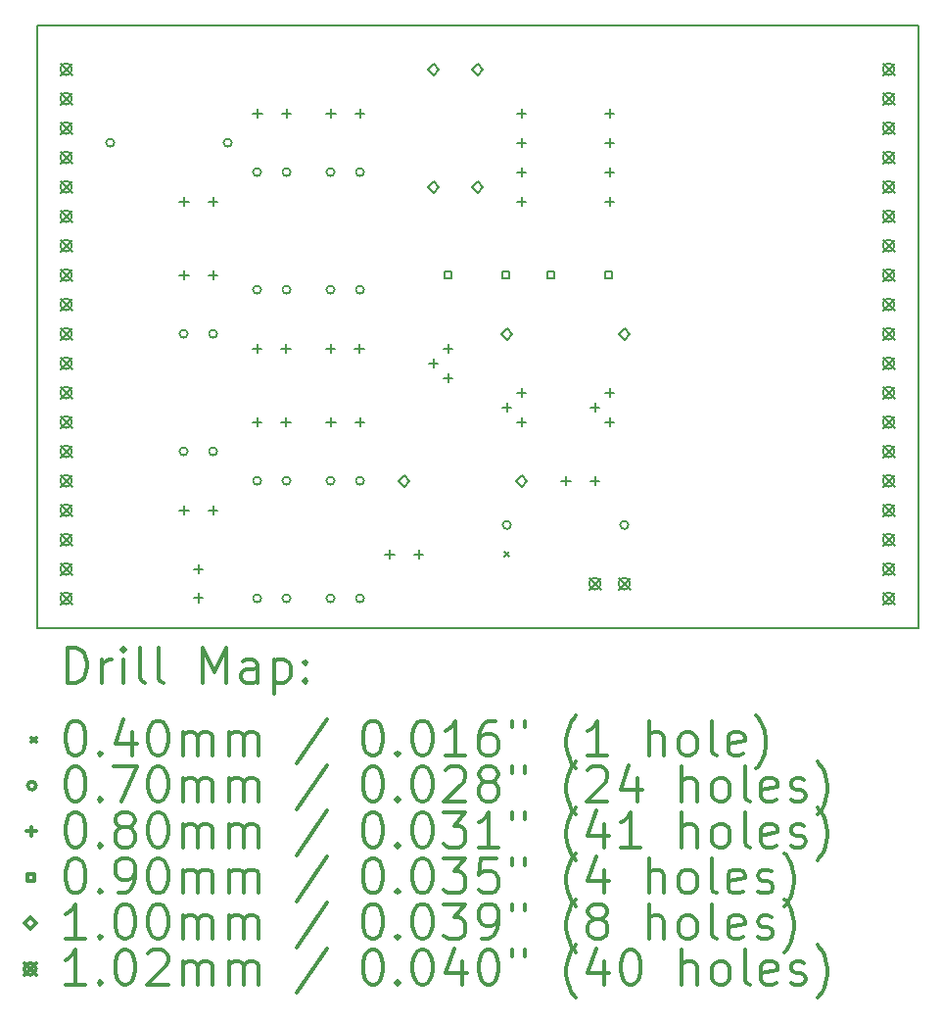
<source format=gbr>
%FSLAX45Y45*%
G04 Gerber Fmt 4.5, Leading zero omitted, Abs format (unit mm)*
G04 Created by KiCad (PCBNEW 4.0.3+e1-6302~38~ubuntu16.04.1-stable) date Thu Aug 25 11:55:56 2016*
%MOMM*%
%LPD*%
G01*
G04 APERTURE LIST*
%ADD10C,0.127000*%
%ADD11C,0.150000*%
%ADD12C,0.200000*%
%ADD13C,0.300000*%
G04 APERTURE END LIST*
D10*
D11*
X14732000Y-8382000D02*
X13462000Y-8382000D01*
X14732000Y-3175000D02*
X14732000Y-8382000D01*
X7112000Y-3175000D02*
X14732000Y-3175000D01*
X13462000Y-8382000D02*
X7112000Y-8382000D01*
X7112000Y-3175000D02*
X7112000Y-8382000D01*
D12*
X11156000Y-7727000D02*
X11196000Y-7767000D01*
X11196000Y-7727000D02*
X11156000Y-7767000D01*
X7782104Y-4190746D02*
G75*
G03X7782104Y-4190746I-35052J0D01*
G01*
X8416798Y-5841948D02*
G75*
G03X8416798Y-5841948I-35052J0D01*
G01*
X8416798Y-6857948D02*
G75*
G03X8416798Y-6857948I-35052J0D01*
G01*
X8671306Y-5842052D02*
G75*
G03X8671306Y-5842052I-35052J0D01*
G01*
X8671306Y-6858052D02*
G75*
G03X8671306Y-6858052I-35052J0D01*
G01*
X8798104Y-4190746D02*
G75*
G03X8798104Y-4190746I-35052J0D01*
G01*
X9051798Y-4444948D02*
G75*
G03X9051798Y-4444948I-35052J0D01*
G01*
X9051798Y-5460948D02*
G75*
G03X9051798Y-5460948I-35052J0D01*
G01*
X9052306Y-7112052D02*
G75*
G03X9052306Y-7112052I-35052J0D01*
G01*
X9052306Y-8128052D02*
G75*
G03X9052306Y-8128052I-35052J0D01*
G01*
X9305798Y-7111948D02*
G75*
G03X9305798Y-7111948I-35052J0D01*
G01*
X9305798Y-8127948D02*
G75*
G03X9305798Y-8127948I-35052J0D01*
G01*
X9306306Y-4445052D02*
G75*
G03X9306306Y-4445052I-35052J0D01*
G01*
X9306306Y-5461052D02*
G75*
G03X9306306Y-5461052I-35052J0D01*
G01*
X9686798Y-4444948D02*
G75*
G03X9686798Y-4444948I-35052J0D01*
G01*
X9686798Y-5460948D02*
G75*
G03X9686798Y-5460948I-35052J0D01*
G01*
X9686798Y-7111948D02*
G75*
G03X9686798Y-7111948I-35052J0D01*
G01*
X9686798Y-8127948D02*
G75*
G03X9686798Y-8127948I-35052J0D01*
G01*
X9941306Y-4445052D02*
G75*
G03X9941306Y-4445052I-35052J0D01*
G01*
X9941306Y-5461052D02*
G75*
G03X9941306Y-5461052I-35052J0D01*
G01*
X9941306Y-7112052D02*
G75*
G03X9941306Y-7112052I-35052J0D01*
G01*
X9941306Y-8128052D02*
G75*
G03X9941306Y-8128052I-35052J0D01*
G01*
X11211000Y-7493254D02*
G75*
G03X11211000Y-7493254I-35052J0D01*
G01*
X12227000Y-7493254D02*
G75*
G03X12227000Y-7493254I-35052J0D01*
G01*
X8386000Y-4659000D02*
X8386000Y-4739000D01*
X8346000Y-4699000D02*
X8426000Y-4699000D01*
X8386000Y-5294000D02*
X8386000Y-5374000D01*
X8346000Y-5334000D02*
X8426000Y-5334000D01*
X8386000Y-7326000D02*
X8386000Y-7406000D01*
X8346000Y-7366000D02*
X8426000Y-7366000D01*
X8509000Y-7834000D02*
X8509000Y-7914000D01*
X8469000Y-7874000D02*
X8549000Y-7874000D01*
X8509000Y-8084000D02*
X8509000Y-8164000D01*
X8469000Y-8124000D02*
X8549000Y-8124000D01*
X8636000Y-4659000D02*
X8636000Y-4739000D01*
X8596000Y-4699000D02*
X8676000Y-4699000D01*
X8636000Y-5294000D02*
X8636000Y-5374000D01*
X8596000Y-5334000D02*
X8676000Y-5334000D01*
X8636000Y-7326000D02*
X8636000Y-7406000D01*
X8596000Y-7366000D02*
X8676000Y-7366000D01*
X9017000Y-5929000D02*
X9017000Y-6009000D01*
X8977000Y-5969000D02*
X9057000Y-5969000D01*
X9017000Y-6564000D02*
X9017000Y-6644000D01*
X8977000Y-6604000D02*
X9057000Y-6604000D01*
X9021000Y-3897000D02*
X9021000Y-3977000D01*
X8981000Y-3937000D02*
X9061000Y-3937000D01*
X9267000Y-5929000D02*
X9267000Y-6009000D01*
X9227000Y-5969000D02*
X9307000Y-5969000D01*
X9267000Y-6564000D02*
X9267000Y-6644000D01*
X9227000Y-6604000D02*
X9307000Y-6604000D01*
X9271000Y-3897000D02*
X9271000Y-3977000D01*
X9231000Y-3937000D02*
X9311000Y-3937000D01*
X9652000Y-5929000D02*
X9652000Y-6009000D01*
X9612000Y-5969000D02*
X9692000Y-5969000D01*
X9656000Y-3897000D02*
X9656000Y-3977000D01*
X9616000Y-3937000D02*
X9696000Y-3937000D01*
X9656000Y-6564000D02*
X9656000Y-6644000D01*
X9616000Y-6604000D02*
X9696000Y-6604000D01*
X9902000Y-5929000D02*
X9902000Y-6009000D01*
X9862000Y-5969000D02*
X9942000Y-5969000D01*
X9906000Y-3897000D02*
X9906000Y-3977000D01*
X9866000Y-3937000D02*
X9946000Y-3937000D01*
X9906000Y-6564000D02*
X9906000Y-6644000D01*
X9866000Y-6604000D02*
X9946000Y-6604000D01*
X10164000Y-7707000D02*
X10164000Y-7787000D01*
X10124000Y-7747000D02*
X10204000Y-7747000D01*
X10414000Y-7707000D02*
X10414000Y-7787000D01*
X10374000Y-7747000D02*
X10454000Y-7747000D01*
X10541000Y-6056000D02*
X10541000Y-6136000D01*
X10501000Y-6096000D02*
X10581000Y-6096000D01*
X10668000Y-5929000D02*
X10668000Y-6009000D01*
X10628000Y-5969000D02*
X10708000Y-5969000D01*
X10668000Y-6183000D02*
X10668000Y-6263000D01*
X10628000Y-6223000D02*
X10708000Y-6223000D01*
X11176000Y-6437000D02*
X11176000Y-6517000D01*
X11136000Y-6477000D02*
X11216000Y-6477000D01*
X11303000Y-3897000D02*
X11303000Y-3977000D01*
X11263000Y-3937000D02*
X11343000Y-3937000D01*
X11303000Y-4151000D02*
X11303000Y-4231000D01*
X11263000Y-4191000D02*
X11343000Y-4191000D01*
X11303000Y-4405000D02*
X11303000Y-4485000D01*
X11263000Y-4445000D02*
X11343000Y-4445000D01*
X11303000Y-4659000D02*
X11303000Y-4739000D01*
X11263000Y-4699000D02*
X11343000Y-4699000D01*
X11303000Y-6310000D02*
X11303000Y-6390000D01*
X11263000Y-6350000D02*
X11343000Y-6350000D01*
X11303000Y-6564000D02*
X11303000Y-6644000D01*
X11263000Y-6604000D02*
X11343000Y-6604000D01*
X11688000Y-7072000D02*
X11688000Y-7152000D01*
X11648000Y-7112000D02*
X11728000Y-7112000D01*
X11938000Y-6437000D02*
X11938000Y-6517000D01*
X11898000Y-6477000D02*
X11978000Y-6477000D01*
X11938000Y-7072000D02*
X11938000Y-7152000D01*
X11898000Y-7112000D02*
X11978000Y-7112000D01*
X12065000Y-3897000D02*
X12065000Y-3977000D01*
X12025000Y-3937000D02*
X12105000Y-3937000D01*
X12065000Y-4151000D02*
X12065000Y-4231000D01*
X12025000Y-4191000D02*
X12105000Y-4191000D01*
X12065000Y-4405000D02*
X12065000Y-4485000D01*
X12025000Y-4445000D02*
X12105000Y-4445000D01*
X12065000Y-4659000D02*
X12065000Y-4739000D01*
X12025000Y-4699000D02*
X12105000Y-4699000D01*
X12065000Y-6310000D02*
X12065000Y-6390000D01*
X12025000Y-6350000D02*
X12105000Y-6350000D01*
X12065000Y-6564000D02*
X12065000Y-6644000D01*
X12025000Y-6604000D02*
X12105000Y-6604000D01*
X10699820Y-5365820D02*
X10699820Y-5302180D01*
X10636180Y-5302180D01*
X10636180Y-5365820D01*
X10699820Y-5365820D01*
X11199820Y-5365820D02*
X11199820Y-5302180D01*
X11136180Y-5302180D01*
X11136180Y-5365820D01*
X11199820Y-5365820D01*
X11588820Y-5365820D02*
X11588820Y-5302180D01*
X11525180Y-5302180D01*
X11525180Y-5365820D01*
X11588820Y-5365820D01*
X12088820Y-5365820D02*
X12088820Y-5302180D01*
X12025180Y-5302180D01*
X12025180Y-5365820D01*
X12088820Y-5365820D01*
X10287000Y-7162038D02*
X10337038Y-7112000D01*
X10287000Y-7061962D01*
X10236962Y-7112000D01*
X10287000Y-7162038D01*
X10541000Y-3606038D02*
X10591038Y-3556000D01*
X10541000Y-3505962D01*
X10490962Y-3556000D01*
X10541000Y-3606038D01*
X10541000Y-4622038D02*
X10591038Y-4572000D01*
X10541000Y-4521962D01*
X10490962Y-4572000D01*
X10541000Y-4622038D01*
X10922000Y-3606038D02*
X10972038Y-3556000D01*
X10922000Y-3505962D01*
X10871962Y-3556000D01*
X10922000Y-3606038D01*
X10922000Y-4622038D02*
X10972038Y-4572000D01*
X10922000Y-4521962D01*
X10871962Y-4572000D01*
X10922000Y-4622038D01*
X11176000Y-5892038D02*
X11226038Y-5842000D01*
X11176000Y-5791962D01*
X11125962Y-5842000D01*
X11176000Y-5892038D01*
X11303000Y-7162038D02*
X11353038Y-7112000D01*
X11303000Y-7061962D01*
X11252962Y-7112000D01*
X11303000Y-7162038D01*
X12192000Y-5892038D02*
X12242038Y-5842000D01*
X12192000Y-5791962D01*
X12141962Y-5842000D01*
X12192000Y-5892038D01*
X7315200Y-3505200D02*
X7416800Y-3606800D01*
X7416800Y-3505200D02*
X7315200Y-3606800D01*
X7416800Y-3556000D02*
G75*
G03X7416800Y-3556000I-50800J0D01*
G01*
X7315200Y-3759200D02*
X7416800Y-3860800D01*
X7416800Y-3759200D02*
X7315200Y-3860800D01*
X7416800Y-3810000D02*
G75*
G03X7416800Y-3810000I-50800J0D01*
G01*
X7315200Y-4013200D02*
X7416800Y-4114800D01*
X7416800Y-4013200D02*
X7315200Y-4114800D01*
X7416800Y-4064000D02*
G75*
G03X7416800Y-4064000I-50800J0D01*
G01*
X7315200Y-4267200D02*
X7416800Y-4368800D01*
X7416800Y-4267200D02*
X7315200Y-4368800D01*
X7416800Y-4318000D02*
G75*
G03X7416800Y-4318000I-50800J0D01*
G01*
X7315200Y-4521200D02*
X7416800Y-4622800D01*
X7416800Y-4521200D02*
X7315200Y-4622800D01*
X7416800Y-4572000D02*
G75*
G03X7416800Y-4572000I-50800J0D01*
G01*
X7315200Y-4775200D02*
X7416800Y-4876800D01*
X7416800Y-4775200D02*
X7315200Y-4876800D01*
X7416800Y-4826000D02*
G75*
G03X7416800Y-4826000I-50800J0D01*
G01*
X7315200Y-5029200D02*
X7416800Y-5130800D01*
X7416800Y-5029200D02*
X7315200Y-5130800D01*
X7416800Y-5080000D02*
G75*
G03X7416800Y-5080000I-50800J0D01*
G01*
X7315200Y-5283200D02*
X7416800Y-5384800D01*
X7416800Y-5283200D02*
X7315200Y-5384800D01*
X7416800Y-5334000D02*
G75*
G03X7416800Y-5334000I-50800J0D01*
G01*
X7315200Y-5537200D02*
X7416800Y-5638800D01*
X7416800Y-5537200D02*
X7315200Y-5638800D01*
X7416800Y-5588000D02*
G75*
G03X7416800Y-5588000I-50800J0D01*
G01*
X7315200Y-5791200D02*
X7416800Y-5892800D01*
X7416800Y-5791200D02*
X7315200Y-5892800D01*
X7416800Y-5842000D02*
G75*
G03X7416800Y-5842000I-50800J0D01*
G01*
X7315200Y-6045200D02*
X7416800Y-6146800D01*
X7416800Y-6045200D02*
X7315200Y-6146800D01*
X7416800Y-6096000D02*
G75*
G03X7416800Y-6096000I-50800J0D01*
G01*
X7315200Y-6299200D02*
X7416800Y-6400800D01*
X7416800Y-6299200D02*
X7315200Y-6400800D01*
X7416800Y-6350000D02*
G75*
G03X7416800Y-6350000I-50800J0D01*
G01*
X7315200Y-6553200D02*
X7416800Y-6654800D01*
X7416800Y-6553200D02*
X7315200Y-6654800D01*
X7416800Y-6604000D02*
G75*
G03X7416800Y-6604000I-50800J0D01*
G01*
X7315200Y-6807200D02*
X7416800Y-6908800D01*
X7416800Y-6807200D02*
X7315200Y-6908800D01*
X7416800Y-6858000D02*
G75*
G03X7416800Y-6858000I-50800J0D01*
G01*
X7315200Y-7061200D02*
X7416800Y-7162800D01*
X7416800Y-7061200D02*
X7315200Y-7162800D01*
X7416800Y-7112000D02*
G75*
G03X7416800Y-7112000I-50800J0D01*
G01*
X7315200Y-7315200D02*
X7416800Y-7416800D01*
X7416800Y-7315200D02*
X7315200Y-7416800D01*
X7416800Y-7366000D02*
G75*
G03X7416800Y-7366000I-50800J0D01*
G01*
X7315200Y-7569200D02*
X7416800Y-7670800D01*
X7416800Y-7569200D02*
X7315200Y-7670800D01*
X7416800Y-7620000D02*
G75*
G03X7416800Y-7620000I-50800J0D01*
G01*
X7315200Y-7823200D02*
X7416800Y-7924800D01*
X7416800Y-7823200D02*
X7315200Y-7924800D01*
X7416800Y-7874000D02*
G75*
G03X7416800Y-7874000I-50800J0D01*
G01*
X7315200Y-8077200D02*
X7416800Y-8178800D01*
X7416800Y-8077200D02*
X7315200Y-8178800D01*
X7416800Y-8128000D02*
G75*
G03X7416800Y-8128000I-50800J0D01*
G01*
X11887200Y-7950200D02*
X11988800Y-8051800D01*
X11988800Y-7950200D02*
X11887200Y-8051800D01*
X11988800Y-8001000D02*
G75*
G03X11988800Y-8001000I-50800J0D01*
G01*
X12141200Y-7950200D02*
X12242800Y-8051800D01*
X12242800Y-7950200D02*
X12141200Y-8051800D01*
X12242800Y-8001000D02*
G75*
G03X12242800Y-8001000I-50800J0D01*
G01*
X14427200Y-3505200D02*
X14528800Y-3606800D01*
X14528800Y-3505200D02*
X14427200Y-3606800D01*
X14528800Y-3556000D02*
G75*
G03X14528800Y-3556000I-50800J0D01*
G01*
X14427200Y-3759200D02*
X14528800Y-3860800D01*
X14528800Y-3759200D02*
X14427200Y-3860800D01*
X14528800Y-3810000D02*
G75*
G03X14528800Y-3810000I-50800J0D01*
G01*
X14427200Y-4013200D02*
X14528800Y-4114800D01*
X14528800Y-4013200D02*
X14427200Y-4114800D01*
X14528800Y-4064000D02*
G75*
G03X14528800Y-4064000I-50800J0D01*
G01*
X14427200Y-4267200D02*
X14528800Y-4368800D01*
X14528800Y-4267200D02*
X14427200Y-4368800D01*
X14528800Y-4318000D02*
G75*
G03X14528800Y-4318000I-50800J0D01*
G01*
X14427200Y-4521200D02*
X14528800Y-4622800D01*
X14528800Y-4521200D02*
X14427200Y-4622800D01*
X14528800Y-4572000D02*
G75*
G03X14528800Y-4572000I-50800J0D01*
G01*
X14427200Y-4775200D02*
X14528800Y-4876800D01*
X14528800Y-4775200D02*
X14427200Y-4876800D01*
X14528800Y-4826000D02*
G75*
G03X14528800Y-4826000I-50800J0D01*
G01*
X14427200Y-5029200D02*
X14528800Y-5130800D01*
X14528800Y-5029200D02*
X14427200Y-5130800D01*
X14528800Y-5080000D02*
G75*
G03X14528800Y-5080000I-50800J0D01*
G01*
X14427200Y-5283200D02*
X14528800Y-5384800D01*
X14528800Y-5283200D02*
X14427200Y-5384800D01*
X14528800Y-5334000D02*
G75*
G03X14528800Y-5334000I-50800J0D01*
G01*
X14427200Y-5537200D02*
X14528800Y-5638800D01*
X14528800Y-5537200D02*
X14427200Y-5638800D01*
X14528800Y-5588000D02*
G75*
G03X14528800Y-5588000I-50800J0D01*
G01*
X14427200Y-5791200D02*
X14528800Y-5892800D01*
X14528800Y-5791200D02*
X14427200Y-5892800D01*
X14528800Y-5842000D02*
G75*
G03X14528800Y-5842000I-50800J0D01*
G01*
X14427200Y-6045200D02*
X14528800Y-6146800D01*
X14528800Y-6045200D02*
X14427200Y-6146800D01*
X14528800Y-6096000D02*
G75*
G03X14528800Y-6096000I-50800J0D01*
G01*
X14427200Y-6299200D02*
X14528800Y-6400800D01*
X14528800Y-6299200D02*
X14427200Y-6400800D01*
X14528800Y-6350000D02*
G75*
G03X14528800Y-6350000I-50800J0D01*
G01*
X14427200Y-6553200D02*
X14528800Y-6654800D01*
X14528800Y-6553200D02*
X14427200Y-6654800D01*
X14528800Y-6604000D02*
G75*
G03X14528800Y-6604000I-50800J0D01*
G01*
X14427200Y-6807200D02*
X14528800Y-6908800D01*
X14528800Y-6807200D02*
X14427200Y-6908800D01*
X14528800Y-6858000D02*
G75*
G03X14528800Y-6858000I-50800J0D01*
G01*
X14427200Y-7061200D02*
X14528800Y-7162800D01*
X14528800Y-7061200D02*
X14427200Y-7162800D01*
X14528800Y-7112000D02*
G75*
G03X14528800Y-7112000I-50800J0D01*
G01*
X14427200Y-7315200D02*
X14528800Y-7416800D01*
X14528800Y-7315200D02*
X14427200Y-7416800D01*
X14528800Y-7366000D02*
G75*
G03X14528800Y-7366000I-50800J0D01*
G01*
X14427200Y-7569200D02*
X14528800Y-7670800D01*
X14528800Y-7569200D02*
X14427200Y-7670800D01*
X14528800Y-7620000D02*
G75*
G03X14528800Y-7620000I-50800J0D01*
G01*
X14427200Y-7823200D02*
X14528800Y-7924800D01*
X14528800Y-7823200D02*
X14427200Y-7924800D01*
X14528800Y-7874000D02*
G75*
G03X14528800Y-7874000I-50800J0D01*
G01*
X14427200Y-8077200D02*
X14528800Y-8178800D01*
X14528800Y-8077200D02*
X14427200Y-8178800D01*
X14528800Y-8128000D02*
G75*
G03X14528800Y-8128000I-50800J0D01*
G01*
D13*
X7375928Y-8855214D02*
X7375928Y-8555214D01*
X7447357Y-8555214D01*
X7490214Y-8569500D01*
X7518786Y-8598072D01*
X7533071Y-8626643D01*
X7547357Y-8683786D01*
X7547357Y-8726643D01*
X7533071Y-8783786D01*
X7518786Y-8812357D01*
X7490214Y-8840929D01*
X7447357Y-8855214D01*
X7375928Y-8855214D01*
X7675928Y-8855214D02*
X7675928Y-8655214D01*
X7675928Y-8712357D02*
X7690214Y-8683786D01*
X7704500Y-8669500D01*
X7733071Y-8655214D01*
X7761643Y-8655214D01*
X7861643Y-8855214D02*
X7861643Y-8655214D01*
X7861643Y-8555214D02*
X7847357Y-8569500D01*
X7861643Y-8583786D01*
X7875928Y-8569500D01*
X7861643Y-8555214D01*
X7861643Y-8583786D01*
X8047357Y-8855214D02*
X8018786Y-8840929D01*
X8004500Y-8812357D01*
X8004500Y-8555214D01*
X8204500Y-8855214D02*
X8175928Y-8840929D01*
X8161643Y-8812357D01*
X8161643Y-8555214D01*
X8547357Y-8855214D02*
X8547357Y-8555214D01*
X8647357Y-8769500D01*
X8747357Y-8555214D01*
X8747357Y-8855214D01*
X9018786Y-8855214D02*
X9018786Y-8698072D01*
X9004500Y-8669500D01*
X8975929Y-8655214D01*
X8918786Y-8655214D01*
X8890214Y-8669500D01*
X9018786Y-8840929D02*
X8990214Y-8855214D01*
X8918786Y-8855214D01*
X8890214Y-8840929D01*
X8875929Y-8812357D01*
X8875929Y-8783786D01*
X8890214Y-8755214D01*
X8918786Y-8740929D01*
X8990214Y-8740929D01*
X9018786Y-8726643D01*
X9161643Y-8655214D02*
X9161643Y-8955214D01*
X9161643Y-8669500D02*
X9190214Y-8655214D01*
X9247357Y-8655214D01*
X9275929Y-8669500D01*
X9290214Y-8683786D01*
X9304500Y-8712357D01*
X9304500Y-8798072D01*
X9290214Y-8826643D01*
X9275929Y-8840929D01*
X9247357Y-8855214D01*
X9190214Y-8855214D01*
X9161643Y-8840929D01*
X9433071Y-8826643D02*
X9447357Y-8840929D01*
X9433071Y-8855214D01*
X9418786Y-8840929D01*
X9433071Y-8826643D01*
X9433071Y-8855214D01*
X9433071Y-8669500D02*
X9447357Y-8683786D01*
X9433071Y-8698072D01*
X9418786Y-8683786D01*
X9433071Y-8669500D01*
X9433071Y-8698072D01*
X7064500Y-9329500D02*
X7104500Y-9369500D01*
X7104500Y-9329500D02*
X7064500Y-9369500D01*
X7433071Y-9185214D02*
X7461643Y-9185214D01*
X7490214Y-9199500D01*
X7504500Y-9213786D01*
X7518786Y-9242357D01*
X7533071Y-9299500D01*
X7533071Y-9370929D01*
X7518786Y-9428072D01*
X7504500Y-9456643D01*
X7490214Y-9470929D01*
X7461643Y-9485214D01*
X7433071Y-9485214D01*
X7404500Y-9470929D01*
X7390214Y-9456643D01*
X7375928Y-9428072D01*
X7361643Y-9370929D01*
X7361643Y-9299500D01*
X7375928Y-9242357D01*
X7390214Y-9213786D01*
X7404500Y-9199500D01*
X7433071Y-9185214D01*
X7661643Y-9456643D02*
X7675928Y-9470929D01*
X7661643Y-9485214D01*
X7647357Y-9470929D01*
X7661643Y-9456643D01*
X7661643Y-9485214D01*
X7933071Y-9285214D02*
X7933071Y-9485214D01*
X7861643Y-9170929D02*
X7790214Y-9385214D01*
X7975928Y-9385214D01*
X8147357Y-9185214D02*
X8175928Y-9185214D01*
X8204500Y-9199500D01*
X8218786Y-9213786D01*
X8233071Y-9242357D01*
X8247357Y-9299500D01*
X8247357Y-9370929D01*
X8233071Y-9428072D01*
X8218786Y-9456643D01*
X8204500Y-9470929D01*
X8175928Y-9485214D01*
X8147357Y-9485214D01*
X8118786Y-9470929D01*
X8104500Y-9456643D01*
X8090214Y-9428072D01*
X8075928Y-9370929D01*
X8075928Y-9299500D01*
X8090214Y-9242357D01*
X8104500Y-9213786D01*
X8118786Y-9199500D01*
X8147357Y-9185214D01*
X8375928Y-9485214D02*
X8375928Y-9285214D01*
X8375928Y-9313786D02*
X8390214Y-9299500D01*
X8418786Y-9285214D01*
X8461643Y-9285214D01*
X8490214Y-9299500D01*
X8504500Y-9328072D01*
X8504500Y-9485214D01*
X8504500Y-9328072D02*
X8518786Y-9299500D01*
X8547357Y-9285214D01*
X8590214Y-9285214D01*
X8618786Y-9299500D01*
X8633071Y-9328072D01*
X8633071Y-9485214D01*
X8775929Y-9485214D02*
X8775929Y-9285214D01*
X8775929Y-9313786D02*
X8790214Y-9299500D01*
X8818786Y-9285214D01*
X8861643Y-9285214D01*
X8890214Y-9299500D01*
X8904500Y-9328072D01*
X8904500Y-9485214D01*
X8904500Y-9328072D02*
X8918786Y-9299500D01*
X8947357Y-9285214D01*
X8990214Y-9285214D01*
X9018786Y-9299500D01*
X9033071Y-9328072D01*
X9033071Y-9485214D01*
X9618786Y-9170929D02*
X9361643Y-9556643D01*
X10004500Y-9185214D02*
X10033071Y-9185214D01*
X10061643Y-9199500D01*
X10075928Y-9213786D01*
X10090214Y-9242357D01*
X10104500Y-9299500D01*
X10104500Y-9370929D01*
X10090214Y-9428072D01*
X10075928Y-9456643D01*
X10061643Y-9470929D01*
X10033071Y-9485214D01*
X10004500Y-9485214D01*
X9975928Y-9470929D01*
X9961643Y-9456643D01*
X9947357Y-9428072D01*
X9933071Y-9370929D01*
X9933071Y-9299500D01*
X9947357Y-9242357D01*
X9961643Y-9213786D01*
X9975928Y-9199500D01*
X10004500Y-9185214D01*
X10233071Y-9456643D02*
X10247357Y-9470929D01*
X10233071Y-9485214D01*
X10218786Y-9470929D01*
X10233071Y-9456643D01*
X10233071Y-9485214D01*
X10433071Y-9185214D02*
X10461643Y-9185214D01*
X10490214Y-9199500D01*
X10504500Y-9213786D01*
X10518786Y-9242357D01*
X10533071Y-9299500D01*
X10533071Y-9370929D01*
X10518786Y-9428072D01*
X10504500Y-9456643D01*
X10490214Y-9470929D01*
X10461643Y-9485214D01*
X10433071Y-9485214D01*
X10404500Y-9470929D01*
X10390214Y-9456643D01*
X10375928Y-9428072D01*
X10361643Y-9370929D01*
X10361643Y-9299500D01*
X10375928Y-9242357D01*
X10390214Y-9213786D01*
X10404500Y-9199500D01*
X10433071Y-9185214D01*
X10818786Y-9485214D02*
X10647357Y-9485214D01*
X10733071Y-9485214D02*
X10733071Y-9185214D01*
X10704500Y-9228072D01*
X10675928Y-9256643D01*
X10647357Y-9270929D01*
X11075928Y-9185214D02*
X11018786Y-9185214D01*
X10990214Y-9199500D01*
X10975928Y-9213786D01*
X10947357Y-9256643D01*
X10933071Y-9313786D01*
X10933071Y-9428072D01*
X10947357Y-9456643D01*
X10961643Y-9470929D01*
X10990214Y-9485214D01*
X11047357Y-9485214D01*
X11075928Y-9470929D01*
X11090214Y-9456643D01*
X11104500Y-9428072D01*
X11104500Y-9356643D01*
X11090214Y-9328072D01*
X11075928Y-9313786D01*
X11047357Y-9299500D01*
X10990214Y-9299500D01*
X10961643Y-9313786D01*
X10947357Y-9328072D01*
X10933071Y-9356643D01*
X11218786Y-9185214D02*
X11218786Y-9242357D01*
X11333071Y-9185214D02*
X11333071Y-9242357D01*
X11775928Y-9599500D02*
X11761643Y-9585214D01*
X11733071Y-9542357D01*
X11718785Y-9513786D01*
X11704500Y-9470929D01*
X11690214Y-9399500D01*
X11690214Y-9342357D01*
X11704500Y-9270929D01*
X11718785Y-9228072D01*
X11733071Y-9199500D01*
X11761643Y-9156643D01*
X11775928Y-9142357D01*
X12047357Y-9485214D02*
X11875928Y-9485214D01*
X11961643Y-9485214D02*
X11961643Y-9185214D01*
X11933071Y-9228072D01*
X11904500Y-9256643D01*
X11875928Y-9270929D01*
X12404500Y-9485214D02*
X12404500Y-9185214D01*
X12533071Y-9485214D02*
X12533071Y-9328072D01*
X12518785Y-9299500D01*
X12490214Y-9285214D01*
X12447357Y-9285214D01*
X12418785Y-9299500D01*
X12404500Y-9313786D01*
X12718785Y-9485214D02*
X12690214Y-9470929D01*
X12675928Y-9456643D01*
X12661643Y-9428072D01*
X12661643Y-9342357D01*
X12675928Y-9313786D01*
X12690214Y-9299500D01*
X12718785Y-9285214D01*
X12761643Y-9285214D01*
X12790214Y-9299500D01*
X12804500Y-9313786D01*
X12818785Y-9342357D01*
X12818785Y-9428072D01*
X12804500Y-9456643D01*
X12790214Y-9470929D01*
X12761643Y-9485214D01*
X12718785Y-9485214D01*
X12990214Y-9485214D02*
X12961643Y-9470929D01*
X12947357Y-9442357D01*
X12947357Y-9185214D01*
X13218786Y-9470929D02*
X13190214Y-9485214D01*
X13133071Y-9485214D01*
X13104500Y-9470929D01*
X13090214Y-9442357D01*
X13090214Y-9328072D01*
X13104500Y-9299500D01*
X13133071Y-9285214D01*
X13190214Y-9285214D01*
X13218786Y-9299500D01*
X13233071Y-9328072D01*
X13233071Y-9356643D01*
X13090214Y-9385214D01*
X13333071Y-9599500D02*
X13347357Y-9585214D01*
X13375928Y-9542357D01*
X13390214Y-9513786D01*
X13404500Y-9470929D01*
X13418786Y-9399500D01*
X13418786Y-9342357D01*
X13404500Y-9270929D01*
X13390214Y-9228072D01*
X13375928Y-9199500D01*
X13347357Y-9156643D01*
X13333071Y-9142357D01*
X7104500Y-9745500D02*
G75*
G03X7104500Y-9745500I-35052J0D01*
G01*
X7433071Y-9581214D02*
X7461643Y-9581214D01*
X7490214Y-9595500D01*
X7504500Y-9609786D01*
X7518786Y-9638357D01*
X7533071Y-9695500D01*
X7533071Y-9766929D01*
X7518786Y-9824072D01*
X7504500Y-9852643D01*
X7490214Y-9866929D01*
X7461643Y-9881214D01*
X7433071Y-9881214D01*
X7404500Y-9866929D01*
X7390214Y-9852643D01*
X7375928Y-9824072D01*
X7361643Y-9766929D01*
X7361643Y-9695500D01*
X7375928Y-9638357D01*
X7390214Y-9609786D01*
X7404500Y-9595500D01*
X7433071Y-9581214D01*
X7661643Y-9852643D02*
X7675928Y-9866929D01*
X7661643Y-9881214D01*
X7647357Y-9866929D01*
X7661643Y-9852643D01*
X7661643Y-9881214D01*
X7775928Y-9581214D02*
X7975928Y-9581214D01*
X7847357Y-9881214D01*
X8147357Y-9581214D02*
X8175928Y-9581214D01*
X8204500Y-9595500D01*
X8218786Y-9609786D01*
X8233071Y-9638357D01*
X8247357Y-9695500D01*
X8247357Y-9766929D01*
X8233071Y-9824072D01*
X8218786Y-9852643D01*
X8204500Y-9866929D01*
X8175928Y-9881214D01*
X8147357Y-9881214D01*
X8118786Y-9866929D01*
X8104500Y-9852643D01*
X8090214Y-9824072D01*
X8075928Y-9766929D01*
X8075928Y-9695500D01*
X8090214Y-9638357D01*
X8104500Y-9609786D01*
X8118786Y-9595500D01*
X8147357Y-9581214D01*
X8375928Y-9881214D02*
X8375928Y-9681214D01*
X8375928Y-9709786D02*
X8390214Y-9695500D01*
X8418786Y-9681214D01*
X8461643Y-9681214D01*
X8490214Y-9695500D01*
X8504500Y-9724072D01*
X8504500Y-9881214D01*
X8504500Y-9724072D02*
X8518786Y-9695500D01*
X8547357Y-9681214D01*
X8590214Y-9681214D01*
X8618786Y-9695500D01*
X8633071Y-9724072D01*
X8633071Y-9881214D01*
X8775929Y-9881214D02*
X8775929Y-9681214D01*
X8775929Y-9709786D02*
X8790214Y-9695500D01*
X8818786Y-9681214D01*
X8861643Y-9681214D01*
X8890214Y-9695500D01*
X8904500Y-9724072D01*
X8904500Y-9881214D01*
X8904500Y-9724072D02*
X8918786Y-9695500D01*
X8947357Y-9681214D01*
X8990214Y-9681214D01*
X9018786Y-9695500D01*
X9033071Y-9724072D01*
X9033071Y-9881214D01*
X9618786Y-9566929D02*
X9361643Y-9952643D01*
X10004500Y-9581214D02*
X10033071Y-9581214D01*
X10061643Y-9595500D01*
X10075928Y-9609786D01*
X10090214Y-9638357D01*
X10104500Y-9695500D01*
X10104500Y-9766929D01*
X10090214Y-9824072D01*
X10075928Y-9852643D01*
X10061643Y-9866929D01*
X10033071Y-9881214D01*
X10004500Y-9881214D01*
X9975928Y-9866929D01*
X9961643Y-9852643D01*
X9947357Y-9824072D01*
X9933071Y-9766929D01*
X9933071Y-9695500D01*
X9947357Y-9638357D01*
X9961643Y-9609786D01*
X9975928Y-9595500D01*
X10004500Y-9581214D01*
X10233071Y-9852643D02*
X10247357Y-9866929D01*
X10233071Y-9881214D01*
X10218786Y-9866929D01*
X10233071Y-9852643D01*
X10233071Y-9881214D01*
X10433071Y-9581214D02*
X10461643Y-9581214D01*
X10490214Y-9595500D01*
X10504500Y-9609786D01*
X10518786Y-9638357D01*
X10533071Y-9695500D01*
X10533071Y-9766929D01*
X10518786Y-9824072D01*
X10504500Y-9852643D01*
X10490214Y-9866929D01*
X10461643Y-9881214D01*
X10433071Y-9881214D01*
X10404500Y-9866929D01*
X10390214Y-9852643D01*
X10375928Y-9824072D01*
X10361643Y-9766929D01*
X10361643Y-9695500D01*
X10375928Y-9638357D01*
X10390214Y-9609786D01*
X10404500Y-9595500D01*
X10433071Y-9581214D01*
X10647357Y-9609786D02*
X10661643Y-9595500D01*
X10690214Y-9581214D01*
X10761643Y-9581214D01*
X10790214Y-9595500D01*
X10804500Y-9609786D01*
X10818786Y-9638357D01*
X10818786Y-9666929D01*
X10804500Y-9709786D01*
X10633071Y-9881214D01*
X10818786Y-9881214D01*
X10990214Y-9709786D02*
X10961643Y-9695500D01*
X10947357Y-9681214D01*
X10933071Y-9652643D01*
X10933071Y-9638357D01*
X10947357Y-9609786D01*
X10961643Y-9595500D01*
X10990214Y-9581214D01*
X11047357Y-9581214D01*
X11075928Y-9595500D01*
X11090214Y-9609786D01*
X11104500Y-9638357D01*
X11104500Y-9652643D01*
X11090214Y-9681214D01*
X11075928Y-9695500D01*
X11047357Y-9709786D01*
X10990214Y-9709786D01*
X10961643Y-9724072D01*
X10947357Y-9738357D01*
X10933071Y-9766929D01*
X10933071Y-9824072D01*
X10947357Y-9852643D01*
X10961643Y-9866929D01*
X10990214Y-9881214D01*
X11047357Y-9881214D01*
X11075928Y-9866929D01*
X11090214Y-9852643D01*
X11104500Y-9824072D01*
X11104500Y-9766929D01*
X11090214Y-9738357D01*
X11075928Y-9724072D01*
X11047357Y-9709786D01*
X11218786Y-9581214D02*
X11218786Y-9638357D01*
X11333071Y-9581214D02*
X11333071Y-9638357D01*
X11775928Y-9995500D02*
X11761643Y-9981214D01*
X11733071Y-9938357D01*
X11718785Y-9909786D01*
X11704500Y-9866929D01*
X11690214Y-9795500D01*
X11690214Y-9738357D01*
X11704500Y-9666929D01*
X11718785Y-9624072D01*
X11733071Y-9595500D01*
X11761643Y-9552643D01*
X11775928Y-9538357D01*
X11875928Y-9609786D02*
X11890214Y-9595500D01*
X11918785Y-9581214D01*
X11990214Y-9581214D01*
X12018785Y-9595500D01*
X12033071Y-9609786D01*
X12047357Y-9638357D01*
X12047357Y-9666929D01*
X12033071Y-9709786D01*
X11861643Y-9881214D01*
X12047357Y-9881214D01*
X12304500Y-9681214D02*
X12304500Y-9881214D01*
X12233071Y-9566929D02*
X12161643Y-9781214D01*
X12347357Y-9781214D01*
X12690214Y-9881214D02*
X12690214Y-9581214D01*
X12818785Y-9881214D02*
X12818785Y-9724072D01*
X12804500Y-9695500D01*
X12775928Y-9681214D01*
X12733071Y-9681214D01*
X12704500Y-9695500D01*
X12690214Y-9709786D01*
X13004500Y-9881214D02*
X12975928Y-9866929D01*
X12961643Y-9852643D01*
X12947357Y-9824072D01*
X12947357Y-9738357D01*
X12961643Y-9709786D01*
X12975928Y-9695500D01*
X13004500Y-9681214D01*
X13047357Y-9681214D01*
X13075928Y-9695500D01*
X13090214Y-9709786D01*
X13104500Y-9738357D01*
X13104500Y-9824072D01*
X13090214Y-9852643D01*
X13075928Y-9866929D01*
X13047357Y-9881214D01*
X13004500Y-9881214D01*
X13275928Y-9881214D02*
X13247357Y-9866929D01*
X13233071Y-9838357D01*
X13233071Y-9581214D01*
X13504500Y-9866929D02*
X13475928Y-9881214D01*
X13418786Y-9881214D01*
X13390214Y-9866929D01*
X13375928Y-9838357D01*
X13375928Y-9724072D01*
X13390214Y-9695500D01*
X13418786Y-9681214D01*
X13475928Y-9681214D01*
X13504500Y-9695500D01*
X13518786Y-9724072D01*
X13518786Y-9752643D01*
X13375928Y-9781214D01*
X13633071Y-9866929D02*
X13661643Y-9881214D01*
X13718786Y-9881214D01*
X13747357Y-9866929D01*
X13761643Y-9838357D01*
X13761643Y-9824072D01*
X13747357Y-9795500D01*
X13718786Y-9781214D01*
X13675928Y-9781214D01*
X13647357Y-9766929D01*
X13633071Y-9738357D01*
X13633071Y-9724072D01*
X13647357Y-9695500D01*
X13675928Y-9681214D01*
X13718786Y-9681214D01*
X13747357Y-9695500D01*
X13861643Y-9995500D02*
X13875928Y-9981214D01*
X13904500Y-9938357D01*
X13918786Y-9909786D01*
X13933071Y-9866929D01*
X13947357Y-9795500D01*
X13947357Y-9738357D01*
X13933071Y-9666929D01*
X13918786Y-9624072D01*
X13904500Y-9595500D01*
X13875928Y-9552643D01*
X13861643Y-9538357D01*
X7064500Y-10101500D02*
X7064500Y-10181500D01*
X7024500Y-10141500D02*
X7104500Y-10141500D01*
X7433071Y-9977214D02*
X7461643Y-9977214D01*
X7490214Y-9991500D01*
X7504500Y-10005786D01*
X7518786Y-10034357D01*
X7533071Y-10091500D01*
X7533071Y-10162929D01*
X7518786Y-10220072D01*
X7504500Y-10248643D01*
X7490214Y-10262929D01*
X7461643Y-10277214D01*
X7433071Y-10277214D01*
X7404500Y-10262929D01*
X7390214Y-10248643D01*
X7375928Y-10220072D01*
X7361643Y-10162929D01*
X7361643Y-10091500D01*
X7375928Y-10034357D01*
X7390214Y-10005786D01*
X7404500Y-9991500D01*
X7433071Y-9977214D01*
X7661643Y-10248643D02*
X7675928Y-10262929D01*
X7661643Y-10277214D01*
X7647357Y-10262929D01*
X7661643Y-10248643D01*
X7661643Y-10277214D01*
X7847357Y-10105786D02*
X7818786Y-10091500D01*
X7804500Y-10077214D01*
X7790214Y-10048643D01*
X7790214Y-10034357D01*
X7804500Y-10005786D01*
X7818786Y-9991500D01*
X7847357Y-9977214D01*
X7904500Y-9977214D01*
X7933071Y-9991500D01*
X7947357Y-10005786D01*
X7961643Y-10034357D01*
X7961643Y-10048643D01*
X7947357Y-10077214D01*
X7933071Y-10091500D01*
X7904500Y-10105786D01*
X7847357Y-10105786D01*
X7818786Y-10120072D01*
X7804500Y-10134357D01*
X7790214Y-10162929D01*
X7790214Y-10220072D01*
X7804500Y-10248643D01*
X7818786Y-10262929D01*
X7847357Y-10277214D01*
X7904500Y-10277214D01*
X7933071Y-10262929D01*
X7947357Y-10248643D01*
X7961643Y-10220072D01*
X7961643Y-10162929D01*
X7947357Y-10134357D01*
X7933071Y-10120072D01*
X7904500Y-10105786D01*
X8147357Y-9977214D02*
X8175928Y-9977214D01*
X8204500Y-9991500D01*
X8218786Y-10005786D01*
X8233071Y-10034357D01*
X8247357Y-10091500D01*
X8247357Y-10162929D01*
X8233071Y-10220072D01*
X8218786Y-10248643D01*
X8204500Y-10262929D01*
X8175928Y-10277214D01*
X8147357Y-10277214D01*
X8118786Y-10262929D01*
X8104500Y-10248643D01*
X8090214Y-10220072D01*
X8075928Y-10162929D01*
X8075928Y-10091500D01*
X8090214Y-10034357D01*
X8104500Y-10005786D01*
X8118786Y-9991500D01*
X8147357Y-9977214D01*
X8375928Y-10277214D02*
X8375928Y-10077214D01*
X8375928Y-10105786D02*
X8390214Y-10091500D01*
X8418786Y-10077214D01*
X8461643Y-10077214D01*
X8490214Y-10091500D01*
X8504500Y-10120072D01*
X8504500Y-10277214D01*
X8504500Y-10120072D02*
X8518786Y-10091500D01*
X8547357Y-10077214D01*
X8590214Y-10077214D01*
X8618786Y-10091500D01*
X8633071Y-10120072D01*
X8633071Y-10277214D01*
X8775929Y-10277214D02*
X8775929Y-10077214D01*
X8775929Y-10105786D02*
X8790214Y-10091500D01*
X8818786Y-10077214D01*
X8861643Y-10077214D01*
X8890214Y-10091500D01*
X8904500Y-10120072D01*
X8904500Y-10277214D01*
X8904500Y-10120072D02*
X8918786Y-10091500D01*
X8947357Y-10077214D01*
X8990214Y-10077214D01*
X9018786Y-10091500D01*
X9033071Y-10120072D01*
X9033071Y-10277214D01*
X9618786Y-9962929D02*
X9361643Y-10348643D01*
X10004500Y-9977214D02*
X10033071Y-9977214D01*
X10061643Y-9991500D01*
X10075928Y-10005786D01*
X10090214Y-10034357D01*
X10104500Y-10091500D01*
X10104500Y-10162929D01*
X10090214Y-10220072D01*
X10075928Y-10248643D01*
X10061643Y-10262929D01*
X10033071Y-10277214D01*
X10004500Y-10277214D01*
X9975928Y-10262929D01*
X9961643Y-10248643D01*
X9947357Y-10220072D01*
X9933071Y-10162929D01*
X9933071Y-10091500D01*
X9947357Y-10034357D01*
X9961643Y-10005786D01*
X9975928Y-9991500D01*
X10004500Y-9977214D01*
X10233071Y-10248643D02*
X10247357Y-10262929D01*
X10233071Y-10277214D01*
X10218786Y-10262929D01*
X10233071Y-10248643D01*
X10233071Y-10277214D01*
X10433071Y-9977214D02*
X10461643Y-9977214D01*
X10490214Y-9991500D01*
X10504500Y-10005786D01*
X10518786Y-10034357D01*
X10533071Y-10091500D01*
X10533071Y-10162929D01*
X10518786Y-10220072D01*
X10504500Y-10248643D01*
X10490214Y-10262929D01*
X10461643Y-10277214D01*
X10433071Y-10277214D01*
X10404500Y-10262929D01*
X10390214Y-10248643D01*
X10375928Y-10220072D01*
X10361643Y-10162929D01*
X10361643Y-10091500D01*
X10375928Y-10034357D01*
X10390214Y-10005786D01*
X10404500Y-9991500D01*
X10433071Y-9977214D01*
X10633071Y-9977214D02*
X10818786Y-9977214D01*
X10718786Y-10091500D01*
X10761643Y-10091500D01*
X10790214Y-10105786D01*
X10804500Y-10120072D01*
X10818786Y-10148643D01*
X10818786Y-10220072D01*
X10804500Y-10248643D01*
X10790214Y-10262929D01*
X10761643Y-10277214D01*
X10675928Y-10277214D01*
X10647357Y-10262929D01*
X10633071Y-10248643D01*
X11104500Y-10277214D02*
X10933071Y-10277214D01*
X11018786Y-10277214D02*
X11018786Y-9977214D01*
X10990214Y-10020072D01*
X10961643Y-10048643D01*
X10933071Y-10062929D01*
X11218786Y-9977214D02*
X11218786Y-10034357D01*
X11333071Y-9977214D02*
X11333071Y-10034357D01*
X11775928Y-10391500D02*
X11761643Y-10377214D01*
X11733071Y-10334357D01*
X11718785Y-10305786D01*
X11704500Y-10262929D01*
X11690214Y-10191500D01*
X11690214Y-10134357D01*
X11704500Y-10062929D01*
X11718785Y-10020072D01*
X11733071Y-9991500D01*
X11761643Y-9948643D01*
X11775928Y-9934357D01*
X12018785Y-10077214D02*
X12018785Y-10277214D01*
X11947357Y-9962929D02*
X11875928Y-10177214D01*
X12061643Y-10177214D01*
X12333071Y-10277214D02*
X12161643Y-10277214D01*
X12247357Y-10277214D02*
X12247357Y-9977214D01*
X12218785Y-10020072D01*
X12190214Y-10048643D01*
X12161643Y-10062929D01*
X12690214Y-10277214D02*
X12690214Y-9977214D01*
X12818785Y-10277214D02*
X12818785Y-10120072D01*
X12804500Y-10091500D01*
X12775928Y-10077214D01*
X12733071Y-10077214D01*
X12704500Y-10091500D01*
X12690214Y-10105786D01*
X13004500Y-10277214D02*
X12975928Y-10262929D01*
X12961643Y-10248643D01*
X12947357Y-10220072D01*
X12947357Y-10134357D01*
X12961643Y-10105786D01*
X12975928Y-10091500D01*
X13004500Y-10077214D01*
X13047357Y-10077214D01*
X13075928Y-10091500D01*
X13090214Y-10105786D01*
X13104500Y-10134357D01*
X13104500Y-10220072D01*
X13090214Y-10248643D01*
X13075928Y-10262929D01*
X13047357Y-10277214D01*
X13004500Y-10277214D01*
X13275928Y-10277214D02*
X13247357Y-10262929D01*
X13233071Y-10234357D01*
X13233071Y-9977214D01*
X13504500Y-10262929D02*
X13475928Y-10277214D01*
X13418786Y-10277214D01*
X13390214Y-10262929D01*
X13375928Y-10234357D01*
X13375928Y-10120072D01*
X13390214Y-10091500D01*
X13418786Y-10077214D01*
X13475928Y-10077214D01*
X13504500Y-10091500D01*
X13518786Y-10120072D01*
X13518786Y-10148643D01*
X13375928Y-10177214D01*
X13633071Y-10262929D02*
X13661643Y-10277214D01*
X13718786Y-10277214D01*
X13747357Y-10262929D01*
X13761643Y-10234357D01*
X13761643Y-10220072D01*
X13747357Y-10191500D01*
X13718786Y-10177214D01*
X13675928Y-10177214D01*
X13647357Y-10162929D01*
X13633071Y-10134357D01*
X13633071Y-10120072D01*
X13647357Y-10091500D01*
X13675928Y-10077214D01*
X13718786Y-10077214D01*
X13747357Y-10091500D01*
X13861643Y-10391500D02*
X13875928Y-10377214D01*
X13904500Y-10334357D01*
X13918786Y-10305786D01*
X13933071Y-10262929D01*
X13947357Y-10191500D01*
X13947357Y-10134357D01*
X13933071Y-10062929D01*
X13918786Y-10020072D01*
X13904500Y-9991500D01*
X13875928Y-9948643D01*
X13861643Y-9934357D01*
X7091320Y-10569320D02*
X7091320Y-10505680D01*
X7027680Y-10505680D01*
X7027680Y-10569320D01*
X7091320Y-10569320D01*
X7433071Y-10373214D02*
X7461643Y-10373214D01*
X7490214Y-10387500D01*
X7504500Y-10401786D01*
X7518786Y-10430357D01*
X7533071Y-10487500D01*
X7533071Y-10558929D01*
X7518786Y-10616072D01*
X7504500Y-10644643D01*
X7490214Y-10658929D01*
X7461643Y-10673214D01*
X7433071Y-10673214D01*
X7404500Y-10658929D01*
X7390214Y-10644643D01*
X7375928Y-10616072D01*
X7361643Y-10558929D01*
X7361643Y-10487500D01*
X7375928Y-10430357D01*
X7390214Y-10401786D01*
X7404500Y-10387500D01*
X7433071Y-10373214D01*
X7661643Y-10644643D02*
X7675928Y-10658929D01*
X7661643Y-10673214D01*
X7647357Y-10658929D01*
X7661643Y-10644643D01*
X7661643Y-10673214D01*
X7818786Y-10673214D02*
X7875928Y-10673214D01*
X7904500Y-10658929D01*
X7918786Y-10644643D01*
X7947357Y-10601786D01*
X7961643Y-10544643D01*
X7961643Y-10430357D01*
X7947357Y-10401786D01*
X7933071Y-10387500D01*
X7904500Y-10373214D01*
X7847357Y-10373214D01*
X7818786Y-10387500D01*
X7804500Y-10401786D01*
X7790214Y-10430357D01*
X7790214Y-10501786D01*
X7804500Y-10530357D01*
X7818786Y-10544643D01*
X7847357Y-10558929D01*
X7904500Y-10558929D01*
X7933071Y-10544643D01*
X7947357Y-10530357D01*
X7961643Y-10501786D01*
X8147357Y-10373214D02*
X8175928Y-10373214D01*
X8204500Y-10387500D01*
X8218786Y-10401786D01*
X8233071Y-10430357D01*
X8247357Y-10487500D01*
X8247357Y-10558929D01*
X8233071Y-10616072D01*
X8218786Y-10644643D01*
X8204500Y-10658929D01*
X8175928Y-10673214D01*
X8147357Y-10673214D01*
X8118786Y-10658929D01*
X8104500Y-10644643D01*
X8090214Y-10616072D01*
X8075928Y-10558929D01*
X8075928Y-10487500D01*
X8090214Y-10430357D01*
X8104500Y-10401786D01*
X8118786Y-10387500D01*
X8147357Y-10373214D01*
X8375928Y-10673214D02*
X8375928Y-10473214D01*
X8375928Y-10501786D02*
X8390214Y-10487500D01*
X8418786Y-10473214D01*
X8461643Y-10473214D01*
X8490214Y-10487500D01*
X8504500Y-10516072D01*
X8504500Y-10673214D01*
X8504500Y-10516072D02*
X8518786Y-10487500D01*
X8547357Y-10473214D01*
X8590214Y-10473214D01*
X8618786Y-10487500D01*
X8633071Y-10516072D01*
X8633071Y-10673214D01*
X8775929Y-10673214D02*
X8775929Y-10473214D01*
X8775929Y-10501786D02*
X8790214Y-10487500D01*
X8818786Y-10473214D01*
X8861643Y-10473214D01*
X8890214Y-10487500D01*
X8904500Y-10516072D01*
X8904500Y-10673214D01*
X8904500Y-10516072D02*
X8918786Y-10487500D01*
X8947357Y-10473214D01*
X8990214Y-10473214D01*
X9018786Y-10487500D01*
X9033071Y-10516072D01*
X9033071Y-10673214D01*
X9618786Y-10358929D02*
X9361643Y-10744643D01*
X10004500Y-10373214D02*
X10033071Y-10373214D01*
X10061643Y-10387500D01*
X10075928Y-10401786D01*
X10090214Y-10430357D01*
X10104500Y-10487500D01*
X10104500Y-10558929D01*
X10090214Y-10616072D01*
X10075928Y-10644643D01*
X10061643Y-10658929D01*
X10033071Y-10673214D01*
X10004500Y-10673214D01*
X9975928Y-10658929D01*
X9961643Y-10644643D01*
X9947357Y-10616072D01*
X9933071Y-10558929D01*
X9933071Y-10487500D01*
X9947357Y-10430357D01*
X9961643Y-10401786D01*
X9975928Y-10387500D01*
X10004500Y-10373214D01*
X10233071Y-10644643D02*
X10247357Y-10658929D01*
X10233071Y-10673214D01*
X10218786Y-10658929D01*
X10233071Y-10644643D01*
X10233071Y-10673214D01*
X10433071Y-10373214D02*
X10461643Y-10373214D01*
X10490214Y-10387500D01*
X10504500Y-10401786D01*
X10518786Y-10430357D01*
X10533071Y-10487500D01*
X10533071Y-10558929D01*
X10518786Y-10616072D01*
X10504500Y-10644643D01*
X10490214Y-10658929D01*
X10461643Y-10673214D01*
X10433071Y-10673214D01*
X10404500Y-10658929D01*
X10390214Y-10644643D01*
X10375928Y-10616072D01*
X10361643Y-10558929D01*
X10361643Y-10487500D01*
X10375928Y-10430357D01*
X10390214Y-10401786D01*
X10404500Y-10387500D01*
X10433071Y-10373214D01*
X10633071Y-10373214D02*
X10818786Y-10373214D01*
X10718786Y-10487500D01*
X10761643Y-10487500D01*
X10790214Y-10501786D01*
X10804500Y-10516072D01*
X10818786Y-10544643D01*
X10818786Y-10616072D01*
X10804500Y-10644643D01*
X10790214Y-10658929D01*
X10761643Y-10673214D01*
X10675928Y-10673214D01*
X10647357Y-10658929D01*
X10633071Y-10644643D01*
X11090214Y-10373214D02*
X10947357Y-10373214D01*
X10933071Y-10516072D01*
X10947357Y-10501786D01*
X10975928Y-10487500D01*
X11047357Y-10487500D01*
X11075928Y-10501786D01*
X11090214Y-10516072D01*
X11104500Y-10544643D01*
X11104500Y-10616072D01*
X11090214Y-10644643D01*
X11075928Y-10658929D01*
X11047357Y-10673214D01*
X10975928Y-10673214D01*
X10947357Y-10658929D01*
X10933071Y-10644643D01*
X11218786Y-10373214D02*
X11218786Y-10430357D01*
X11333071Y-10373214D02*
X11333071Y-10430357D01*
X11775928Y-10787500D02*
X11761643Y-10773214D01*
X11733071Y-10730357D01*
X11718785Y-10701786D01*
X11704500Y-10658929D01*
X11690214Y-10587500D01*
X11690214Y-10530357D01*
X11704500Y-10458929D01*
X11718785Y-10416072D01*
X11733071Y-10387500D01*
X11761643Y-10344643D01*
X11775928Y-10330357D01*
X12018785Y-10473214D02*
X12018785Y-10673214D01*
X11947357Y-10358929D02*
X11875928Y-10573214D01*
X12061643Y-10573214D01*
X12404500Y-10673214D02*
X12404500Y-10373214D01*
X12533071Y-10673214D02*
X12533071Y-10516072D01*
X12518785Y-10487500D01*
X12490214Y-10473214D01*
X12447357Y-10473214D01*
X12418785Y-10487500D01*
X12404500Y-10501786D01*
X12718785Y-10673214D02*
X12690214Y-10658929D01*
X12675928Y-10644643D01*
X12661643Y-10616072D01*
X12661643Y-10530357D01*
X12675928Y-10501786D01*
X12690214Y-10487500D01*
X12718785Y-10473214D01*
X12761643Y-10473214D01*
X12790214Y-10487500D01*
X12804500Y-10501786D01*
X12818785Y-10530357D01*
X12818785Y-10616072D01*
X12804500Y-10644643D01*
X12790214Y-10658929D01*
X12761643Y-10673214D01*
X12718785Y-10673214D01*
X12990214Y-10673214D02*
X12961643Y-10658929D01*
X12947357Y-10630357D01*
X12947357Y-10373214D01*
X13218786Y-10658929D02*
X13190214Y-10673214D01*
X13133071Y-10673214D01*
X13104500Y-10658929D01*
X13090214Y-10630357D01*
X13090214Y-10516072D01*
X13104500Y-10487500D01*
X13133071Y-10473214D01*
X13190214Y-10473214D01*
X13218786Y-10487500D01*
X13233071Y-10516072D01*
X13233071Y-10544643D01*
X13090214Y-10573214D01*
X13347357Y-10658929D02*
X13375928Y-10673214D01*
X13433071Y-10673214D01*
X13461643Y-10658929D01*
X13475928Y-10630357D01*
X13475928Y-10616072D01*
X13461643Y-10587500D01*
X13433071Y-10573214D01*
X13390214Y-10573214D01*
X13361643Y-10558929D01*
X13347357Y-10530357D01*
X13347357Y-10516072D01*
X13361643Y-10487500D01*
X13390214Y-10473214D01*
X13433071Y-10473214D01*
X13461643Y-10487500D01*
X13575928Y-10787500D02*
X13590214Y-10773214D01*
X13618786Y-10730357D01*
X13633071Y-10701786D01*
X13647357Y-10658929D01*
X13661643Y-10587500D01*
X13661643Y-10530357D01*
X13647357Y-10458929D01*
X13633071Y-10416072D01*
X13618786Y-10387500D01*
X13590214Y-10344643D01*
X13575928Y-10330357D01*
X7054462Y-10983538D02*
X7104500Y-10933500D01*
X7054462Y-10883462D01*
X7004424Y-10933500D01*
X7054462Y-10983538D01*
X7533071Y-11069214D02*
X7361643Y-11069214D01*
X7447357Y-11069214D02*
X7447357Y-10769214D01*
X7418786Y-10812072D01*
X7390214Y-10840643D01*
X7361643Y-10854929D01*
X7661643Y-11040643D02*
X7675928Y-11054929D01*
X7661643Y-11069214D01*
X7647357Y-11054929D01*
X7661643Y-11040643D01*
X7661643Y-11069214D01*
X7861643Y-10769214D02*
X7890214Y-10769214D01*
X7918786Y-10783500D01*
X7933071Y-10797786D01*
X7947357Y-10826357D01*
X7961643Y-10883500D01*
X7961643Y-10954929D01*
X7947357Y-11012072D01*
X7933071Y-11040643D01*
X7918786Y-11054929D01*
X7890214Y-11069214D01*
X7861643Y-11069214D01*
X7833071Y-11054929D01*
X7818786Y-11040643D01*
X7804500Y-11012072D01*
X7790214Y-10954929D01*
X7790214Y-10883500D01*
X7804500Y-10826357D01*
X7818786Y-10797786D01*
X7833071Y-10783500D01*
X7861643Y-10769214D01*
X8147357Y-10769214D02*
X8175928Y-10769214D01*
X8204500Y-10783500D01*
X8218786Y-10797786D01*
X8233071Y-10826357D01*
X8247357Y-10883500D01*
X8247357Y-10954929D01*
X8233071Y-11012072D01*
X8218786Y-11040643D01*
X8204500Y-11054929D01*
X8175928Y-11069214D01*
X8147357Y-11069214D01*
X8118786Y-11054929D01*
X8104500Y-11040643D01*
X8090214Y-11012072D01*
X8075928Y-10954929D01*
X8075928Y-10883500D01*
X8090214Y-10826357D01*
X8104500Y-10797786D01*
X8118786Y-10783500D01*
X8147357Y-10769214D01*
X8375928Y-11069214D02*
X8375928Y-10869214D01*
X8375928Y-10897786D02*
X8390214Y-10883500D01*
X8418786Y-10869214D01*
X8461643Y-10869214D01*
X8490214Y-10883500D01*
X8504500Y-10912072D01*
X8504500Y-11069214D01*
X8504500Y-10912072D02*
X8518786Y-10883500D01*
X8547357Y-10869214D01*
X8590214Y-10869214D01*
X8618786Y-10883500D01*
X8633071Y-10912072D01*
X8633071Y-11069214D01*
X8775929Y-11069214D02*
X8775929Y-10869214D01*
X8775929Y-10897786D02*
X8790214Y-10883500D01*
X8818786Y-10869214D01*
X8861643Y-10869214D01*
X8890214Y-10883500D01*
X8904500Y-10912072D01*
X8904500Y-11069214D01*
X8904500Y-10912072D02*
X8918786Y-10883500D01*
X8947357Y-10869214D01*
X8990214Y-10869214D01*
X9018786Y-10883500D01*
X9033071Y-10912072D01*
X9033071Y-11069214D01*
X9618786Y-10754929D02*
X9361643Y-11140643D01*
X10004500Y-10769214D02*
X10033071Y-10769214D01*
X10061643Y-10783500D01*
X10075928Y-10797786D01*
X10090214Y-10826357D01*
X10104500Y-10883500D01*
X10104500Y-10954929D01*
X10090214Y-11012072D01*
X10075928Y-11040643D01*
X10061643Y-11054929D01*
X10033071Y-11069214D01*
X10004500Y-11069214D01*
X9975928Y-11054929D01*
X9961643Y-11040643D01*
X9947357Y-11012072D01*
X9933071Y-10954929D01*
X9933071Y-10883500D01*
X9947357Y-10826357D01*
X9961643Y-10797786D01*
X9975928Y-10783500D01*
X10004500Y-10769214D01*
X10233071Y-11040643D02*
X10247357Y-11054929D01*
X10233071Y-11069214D01*
X10218786Y-11054929D01*
X10233071Y-11040643D01*
X10233071Y-11069214D01*
X10433071Y-10769214D02*
X10461643Y-10769214D01*
X10490214Y-10783500D01*
X10504500Y-10797786D01*
X10518786Y-10826357D01*
X10533071Y-10883500D01*
X10533071Y-10954929D01*
X10518786Y-11012072D01*
X10504500Y-11040643D01*
X10490214Y-11054929D01*
X10461643Y-11069214D01*
X10433071Y-11069214D01*
X10404500Y-11054929D01*
X10390214Y-11040643D01*
X10375928Y-11012072D01*
X10361643Y-10954929D01*
X10361643Y-10883500D01*
X10375928Y-10826357D01*
X10390214Y-10797786D01*
X10404500Y-10783500D01*
X10433071Y-10769214D01*
X10633071Y-10769214D02*
X10818786Y-10769214D01*
X10718786Y-10883500D01*
X10761643Y-10883500D01*
X10790214Y-10897786D01*
X10804500Y-10912072D01*
X10818786Y-10940643D01*
X10818786Y-11012072D01*
X10804500Y-11040643D01*
X10790214Y-11054929D01*
X10761643Y-11069214D01*
X10675928Y-11069214D01*
X10647357Y-11054929D01*
X10633071Y-11040643D01*
X10961643Y-11069214D02*
X11018786Y-11069214D01*
X11047357Y-11054929D01*
X11061643Y-11040643D01*
X11090214Y-10997786D01*
X11104500Y-10940643D01*
X11104500Y-10826357D01*
X11090214Y-10797786D01*
X11075928Y-10783500D01*
X11047357Y-10769214D01*
X10990214Y-10769214D01*
X10961643Y-10783500D01*
X10947357Y-10797786D01*
X10933071Y-10826357D01*
X10933071Y-10897786D01*
X10947357Y-10926357D01*
X10961643Y-10940643D01*
X10990214Y-10954929D01*
X11047357Y-10954929D01*
X11075928Y-10940643D01*
X11090214Y-10926357D01*
X11104500Y-10897786D01*
X11218786Y-10769214D02*
X11218786Y-10826357D01*
X11333071Y-10769214D02*
X11333071Y-10826357D01*
X11775928Y-11183500D02*
X11761643Y-11169214D01*
X11733071Y-11126357D01*
X11718785Y-11097786D01*
X11704500Y-11054929D01*
X11690214Y-10983500D01*
X11690214Y-10926357D01*
X11704500Y-10854929D01*
X11718785Y-10812072D01*
X11733071Y-10783500D01*
X11761643Y-10740643D01*
X11775928Y-10726357D01*
X11933071Y-10897786D02*
X11904500Y-10883500D01*
X11890214Y-10869214D01*
X11875928Y-10840643D01*
X11875928Y-10826357D01*
X11890214Y-10797786D01*
X11904500Y-10783500D01*
X11933071Y-10769214D01*
X11990214Y-10769214D01*
X12018785Y-10783500D01*
X12033071Y-10797786D01*
X12047357Y-10826357D01*
X12047357Y-10840643D01*
X12033071Y-10869214D01*
X12018785Y-10883500D01*
X11990214Y-10897786D01*
X11933071Y-10897786D01*
X11904500Y-10912072D01*
X11890214Y-10926357D01*
X11875928Y-10954929D01*
X11875928Y-11012072D01*
X11890214Y-11040643D01*
X11904500Y-11054929D01*
X11933071Y-11069214D01*
X11990214Y-11069214D01*
X12018785Y-11054929D01*
X12033071Y-11040643D01*
X12047357Y-11012072D01*
X12047357Y-10954929D01*
X12033071Y-10926357D01*
X12018785Y-10912072D01*
X11990214Y-10897786D01*
X12404500Y-11069214D02*
X12404500Y-10769214D01*
X12533071Y-11069214D02*
X12533071Y-10912072D01*
X12518785Y-10883500D01*
X12490214Y-10869214D01*
X12447357Y-10869214D01*
X12418785Y-10883500D01*
X12404500Y-10897786D01*
X12718785Y-11069214D02*
X12690214Y-11054929D01*
X12675928Y-11040643D01*
X12661643Y-11012072D01*
X12661643Y-10926357D01*
X12675928Y-10897786D01*
X12690214Y-10883500D01*
X12718785Y-10869214D01*
X12761643Y-10869214D01*
X12790214Y-10883500D01*
X12804500Y-10897786D01*
X12818785Y-10926357D01*
X12818785Y-11012072D01*
X12804500Y-11040643D01*
X12790214Y-11054929D01*
X12761643Y-11069214D01*
X12718785Y-11069214D01*
X12990214Y-11069214D02*
X12961643Y-11054929D01*
X12947357Y-11026357D01*
X12947357Y-10769214D01*
X13218786Y-11054929D02*
X13190214Y-11069214D01*
X13133071Y-11069214D01*
X13104500Y-11054929D01*
X13090214Y-11026357D01*
X13090214Y-10912072D01*
X13104500Y-10883500D01*
X13133071Y-10869214D01*
X13190214Y-10869214D01*
X13218786Y-10883500D01*
X13233071Y-10912072D01*
X13233071Y-10940643D01*
X13090214Y-10969214D01*
X13347357Y-11054929D02*
X13375928Y-11069214D01*
X13433071Y-11069214D01*
X13461643Y-11054929D01*
X13475928Y-11026357D01*
X13475928Y-11012072D01*
X13461643Y-10983500D01*
X13433071Y-10969214D01*
X13390214Y-10969214D01*
X13361643Y-10954929D01*
X13347357Y-10926357D01*
X13347357Y-10912072D01*
X13361643Y-10883500D01*
X13390214Y-10869214D01*
X13433071Y-10869214D01*
X13461643Y-10883500D01*
X13575928Y-11183500D02*
X13590214Y-11169214D01*
X13618786Y-11126357D01*
X13633071Y-11097786D01*
X13647357Y-11054929D01*
X13661643Y-10983500D01*
X13661643Y-10926357D01*
X13647357Y-10854929D01*
X13633071Y-10812072D01*
X13618786Y-10783500D01*
X13590214Y-10740643D01*
X13575928Y-10726357D01*
X7002900Y-11278700D02*
X7104500Y-11380300D01*
X7104500Y-11278700D02*
X7002900Y-11380300D01*
X7104500Y-11329500D02*
G75*
G03X7104500Y-11329500I-50800J0D01*
G01*
X7533071Y-11465214D02*
X7361643Y-11465214D01*
X7447357Y-11465214D02*
X7447357Y-11165214D01*
X7418786Y-11208071D01*
X7390214Y-11236643D01*
X7361643Y-11250929D01*
X7661643Y-11436643D02*
X7675928Y-11450929D01*
X7661643Y-11465214D01*
X7647357Y-11450929D01*
X7661643Y-11436643D01*
X7661643Y-11465214D01*
X7861643Y-11165214D02*
X7890214Y-11165214D01*
X7918786Y-11179500D01*
X7933071Y-11193786D01*
X7947357Y-11222357D01*
X7961643Y-11279500D01*
X7961643Y-11350929D01*
X7947357Y-11408071D01*
X7933071Y-11436643D01*
X7918786Y-11450929D01*
X7890214Y-11465214D01*
X7861643Y-11465214D01*
X7833071Y-11450929D01*
X7818786Y-11436643D01*
X7804500Y-11408071D01*
X7790214Y-11350929D01*
X7790214Y-11279500D01*
X7804500Y-11222357D01*
X7818786Y-11193786D01*
X7833071Y-11179500D01*
X7861643Y-11165214D01*
X8075928Y-11193786D02*
X8090214Y-11179500D01*
X8118786Y-11165214D01*
X8190214Y-11165214D01*
X8218786Y-11179500D01*
X8233071Y-11193786D01*
X8247357Y-11222357D01*
X8247357Y-11250929D01*
X8233071Y-11293786D01*
X8061643Y-11465214D01*
X8247357Y-11465214D01*
X8375928Y-11465214D02*
X8375928Y-11265214D01*
X8375928Y-11293786D02*
X8390214Y-11279500D01*
X8418786Y-11265214D01*
X8461643Y-11265214D01*
X8490214Y-11279500D01*
X8504500Y-11308071D01*
X8504500Y-11465214D01*
X8504500Y-11308071D02*
X8518786Y-11279500D01*
X8547357Y-11265214D01*
X8590214Y-11265214D01*
X8618786Y-11279500D01*
X8633071Y-11308071D01*
X8633071Y-11465214D01*
X8775929Y-11465214D02*
X8775929Y-11265214D01*
X8775929Y-11293786D02*
X8790214Y-11279500D01*
X8818786Y-11265214D01*
X8861643Y-11265214D01*
X8890214Y-11279500D01*
X8904500Y-11308071D01*
X8904500Y-11465214D01*
X8904500Y-11308071D02*
X8918786Y-11279500D01*
X8947357Y-11265214D01*
X8990214Y-11265214D01*
X9018786Y-11279500D01*
X9033071Y-11308071D01*
X9033071Y-11465214D01*
X9618786Y-11150929D02*
X9361643Y-11536643D01*
X10004500Y-11165214D02*
X10033071Y-11165214D01*
X10061643Y-11179500D01*
X10075928Y-11193786D01*
X10090214Y-11222357D01*
X10104500Y-11279500D01*
X10104500Y-11350929D01*
X10090214Y-11408071D01*
X10075928Y-11436643D01*
X10061643Y-11450929D01*
X10033071Y-11465214D01*
X10004500Y-11465214D01*
X9975928Y-11450929D01*
X9961643Y-11436643D01*
X9947357Y-11408071D01*
X9933071Y-11350929D01*
X9933071Y-11279500D01*
X9947357Y-11222357D01*
X9961643Y-11193786D01*
X9975928Y-11179500D01*
X10004500Y-11165214D01*
X10233071Y-11436643D02*
X10247357Y-11450929D01*
X10233071Y-11465214D01*
X10218786Y-11450929D01*
X10233071Y-11436643D01*
X10233071Y-11465214D01*
X10433071Y-11165214D02*
X10461643Y-11165214D01*
X10490214Y-11179500D01*
X10504500Y-11193786D01*
X10518786Y-11222357D01*
X10533071Y-11279500D01*
X10533071Y-11350929D01*
X10518786Y-11408071D01*
X10504500Y-11436643D01*
X10490214Y-11450929D01*
X10461643Y-11465214D01*
X10433071Y-11465214D01*
X10404500Y-11450929D01*
X10390214Y-11436643D01*
X10375928Y-11408071D01*
X10361643Y-11350929D01*
X10361643Y-11279500D01*
X10375928Y-11222357D01*
X10390214Y-11193786D01*
X10404500Y-11179500D01*
X10433071Y-11165214D01*
X10790214Y-11265214D02*
X10790214Y-11465214D01*
X10718786Y-11150929D02*
X10647357Y-11365214D01*
X10833071Y-11365214D01*
X11004500Y-11165214D02*
X11033071Y-11165214D01*
X11061643Y-11179500D01*
X11075928Y-11193786D01*
X11090214Y-11222357D01*
X11104500Y-11279500D01*
X11104500Y-11350929D01*
X11090214Y-11408071D01*
X11075928Y-11436643D01*
X11061643Y-11450929D01*
X11033071Y-11465214D01*
X11004500Y-11465214D01*
X10975928Y-11450929D01*
X10961643Y-11436643D01*
X10947357Y-11408071D01*
X10933071Y-11350929D01*
X10933071Y-11279500D01*
X10947357Y-11222357D01*
X10961643Y-11193786D01*
X10975928Y-11179500D01*
X11004500Y-11165214D01*
X11218786Y-11165214D02*
X11218786Y-11222357D01*
X11333071Y-11165214D02*
X11333071Y-11222357D01*
X11775928Y-11579500D02*
X11761643Y-11565214D01*
X11733071Y-11522357D01*
X11718785Y-11493786D01*
X11704500Y-11450929D01*
X11690214Y-11379500D01*
X11690214Y-11322357D01*
X11704500Y-11250929D01*
X11718785Y-11208071D01*
X11733071Y-11179500D01*
X11761643Y-11136643D01*
X11775928Y-11122357D01*
X12018785Y-11265214D02*
X12018785Y-11465214D01*
X11947357Y-11150929D02*
X11875928Y-11365214D01*
X12061643Y-11365214D01*
X12233071Y-11165214D02*
X12261643Y-11165214D01*
X12290214Y-11179500D01*
X12304500Y-11193786D01*
X12318785Y-11222357D01*
X12333071Y-11279500D01*
X12333071Y-11350929D01*
X12318785Y-11408071D01*
X12304500Y-11436643D01*
X12290214Y-11450929D01*
X12261643Y-11465214D01*
X12233071Y-11465214D01*
X12204500Y-11450929D01*
X12190214Y-11436643D01*
X12175928Y-11408071D01*
X12161643Y-11350929D01*
X12161643Y-11279500D01*
X12175928Y-11222357D01*
X12190214Y-11193786D01*
X12204500Y-11179500D01*
X12233071Y-11165214D01*
X12690214Y-11465214D02*
X12690214Y-11165214D01*
X12818785Y-11465214D02*
X12818785Y-11308071D01*
X12804500Y-11279500D01*
X12775928Y-11265214D01*
X12733071Y-11265214D01*
X12704500Y-11279500D01*
X12690214Y-11293786D01*
X13004500Y-11465214D02*
X12975928Y-11450929D01*
X12961643Y-11436643D01*
X12947357Y-11408071D01*
X12947357Y-11322357D01*
X12961643Y-11293786D01*
X12975928Y-11279500D01*
X13004500Y-11265214D01*
X13047357Y-11265214D01*
X13075928Y-11279500D01*
X13090214Y-11293786D01*
X13104500Y-11322357D01*
X13104500Y-11408071D01*
X13090214Y-11436643D01*
X13075928Y-11450929D01*
X13047357Y-11465214D01*
X13004500Y-11465214D01*
X13275928Y-11465214D02*
X13247357Y-11450929D01*
X13233071Y-11422357D01*
X13233071Y-11165214D01*
X13504500Y-11450929D02*
X13475928Y-11465214D01*
X13418786Y-11465214D01*
X13390214Y-11450929D01*
X13375928Y-11422357D01*
X13375928Y-11308071D01*
X13390214Y-11279500D01*
X13418786Y-11265214D01*
X13475928Y-11265214D01*
X13504500Y-11279500D01*
X13518786Y-11308071D01*
X13518786Y-11336643D01*
X13375928Y-11365214D01*
X13633071Y-11450929D02*
X13661643Y-11465214D01*
X13718786Y-11465214D01*
X13747357Y-11450929D01*
X13761643Y-11422357D01*
X13761643Y-11408071D01*
X13747357Y-11379500D01*
X13718786Y-11365214D01*
X13675928Y-11365214D01*
X13647357Y-11350929D01*
X13633071Y-11322357D01*
X13633071Y-11308071D01*
X13647357Y-11279500D01*
X13675928Y-11265214D01*
X13718786Y-11265214D01*
X13747357Y-11279500D01*
X13861643Y-11579500D02*
X13875928Y-11565214D01*
X13904500Y-11522357D01*
X13918786Y-11493786D01*
X13933071Y-11450929D01*
X13947357Y-11379500D01*
X13947357Y-11322357D01*
X13933071Y-11250929D01*
X13918786Y-11208071D01*
X13904500Y-11179500D01*
X13875928Y-11136643D01*
X13861643Y-11122357D01*
M02*

</source>
